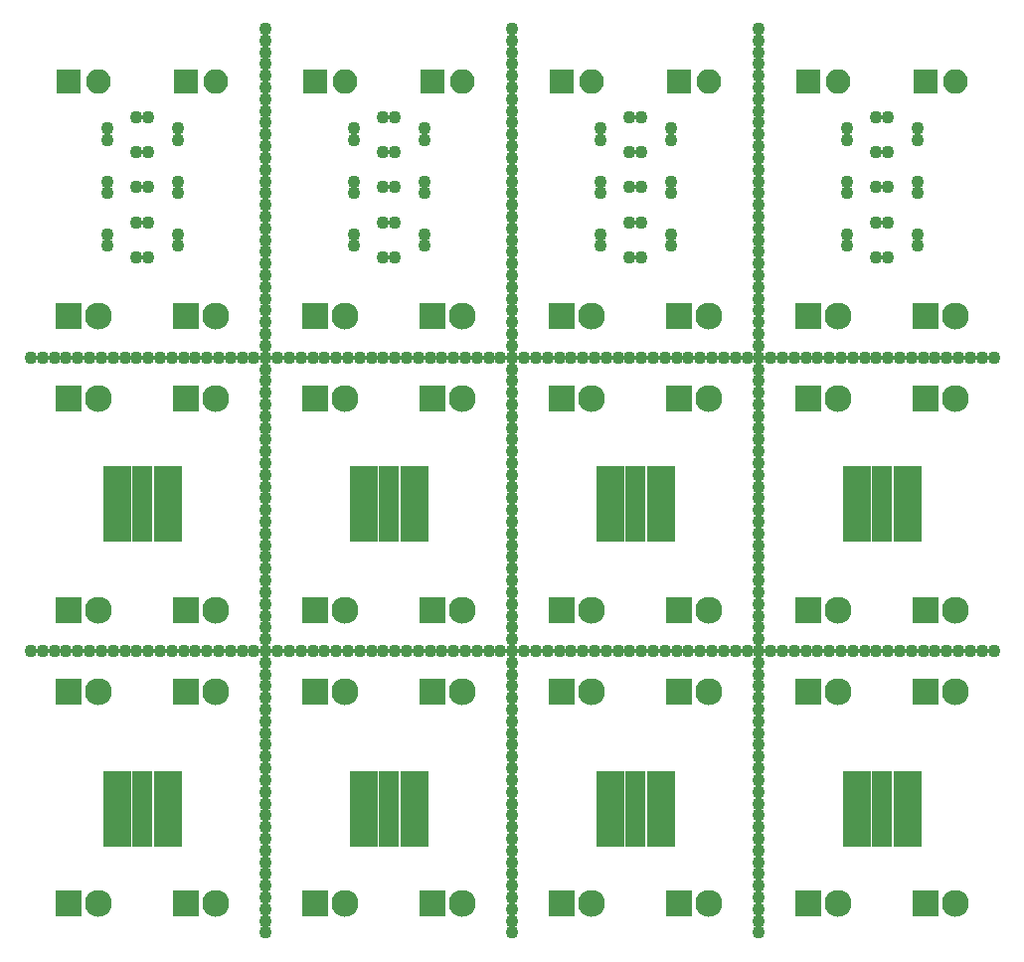
<source format=gbr>
G04 #@! TF.FileFunction,Soldermask,Top*
%FSLAX46Y46*%
G04 Gerber Fmt 4.6, Leading zero omitted, Abs format (unit mm)*
G04 Created by KiCad (PCBNEW 4.0.5) date 08/19/18 14:23:04*
%MOMM*%
%LPD*%
G01*
G04 APERTURE LIST*
%ADD10C,0.100000*%
%ADD11R,2.300000X2.300000*%
%ADD12C,2.300000*%
%ADD13R,2.100000X2.100000*%
%ADD14O,2.100000X2.100000*%
%ADD15R,1.700000X6.400000*%
%ADD16R,2.400000X6.400000*%
%ADD17C,1.100000*%
G04 APERTURE END LIST*
D10*
D11*
X120730000Y-78000000D03*
D12*
X123270000Y-78000000D03*
D11*
X120730000Y-103000000D03*
D12*
X123270000Y-103000000D03*
D11*
X130730000Y-103000000D03*
D12*
X133270000Y-103000000D03*
D11*
X120730000Y-71000000D03*
D12*
X123270000Y-71000000D03*
D11*
X130730000Y-71000000D03*
D12*
X133270000Y-71000000D03*
D13*
X130730000Y-51000000D03*
D14*
X133270000Y-51000000D03*
D13*
X120730000Y-51000000D03*
D14*
X123270000Y-51000000D03*
D15*
X127000000Y-113000000D03*
D16*
X129150000Y-113000000D03*
X124850000Y-113000000D03*
D11*
X130730000Y-78000000D03*
D12*
X133270000Y-78000000D03*
D15*
X127000000Y-87000000D03*
D16*
X129150000Y-87000000D03*
X124850000Y-87000000D03*
D11*
X120730000Y-96000000D03*
D12*
X123270000Y-96000000D03*
D11*
X130730000Y-96000000D03*
D12*
X133270000Y-96000000D03*
D11*
X120730000Y-121000000D03*
D12*
X123270000Y-121000000D03*
D11*
X130730000Y-121000000D03*
D12*
X133270000Y-121000000D03*
D11*
X109730000Y-121000000D03*
D12*
X112270000Y-121000000D03*
D11*
X99730000Y-121000000D03*
D12*
X102270000Y-121000000D03*
D11*
X109730000Y-96000000D03*
D12*
X112270000Y-96000000D03*
D11*
X99730000Y-96000000D03*
D12*
X102270000Y-96000000D03*
D15*
X106000000Y-87000000D03*
D16*
X108150000Y-87000000D03*
X103850000Y-87000000D03*
D11*
X109730000Y-78000000D03*
D12*
X112270000Y-78000000D03*
D15*
X106000000Y-113000000D03*
D16*
X108150000Y-113000000D03*
X103850000Y-113000000D03*
D13*
X99730000Y-51000000D03*
D14*
X102270000Y-51000000D03*
D13*
X109730000Y-51000000D03*
D14*
X112270000Y-51000000D03*
D11*
X109730000Y-71000000D03*
D12*
X112270000Y-71000000D03*
D11*
X99730000Y-71000000D03*
D12*
X102270000Y-71000000D03*
D11*
X109730000Y-103000000D03*
D12*
X112270000Y-103000000D03*
D11*
X99730000Y-103000000D03*
D12*
X102270000Y-103000000D03*
D11*
X99730000Y-78000000D03*
D12*
X102270000Y-78000000D03*
D11*
X78730000Y-78000000D03*
D12*
X81270000Y-78000000D03*
D11*
X78730000Y-103000000D03*
D12*
X81270000Y-103000000D03*
D11*
X88730000Y-103000000D03*
D12*
X91270000Y-103000000D03*
D11*
X78730000Y-71000000D03*
D12*
X81270000Y-71000000D03*
D11*
X88730000Y-71000000D03*
D12*
X91270000Y-71000000D03*
D13*
X88730000Y-51000000D03*
D14*
X91270000Y-51000000D03*
D13*
X78730000Y-51000000D03*
D14*
X81270000Y-51000000D03*
D15*
X85000000Y-113000000D03*
D16*
X87150000Y-113000000D03*
X82850000Y-113000000D03*
D11*
X88730000Y-78000000D03*
D12*
X91270000Y-78000000D03*
D15*
X85000000Y-87000000D03*
D16*
X87150000Y-87000000D03*
X82850000Y-87000000D03*
D11*
X78730000Y-96000000D03*
D12*
X81270000Y-96000000D03*
D11*
X88730000Y-96000000D03*
D12*
X91270000Y-96000000D03*
D11*
X78730000Y-121000000D03*
D12*
X81270000Y-121000000D03*
D11*
X88730000Y-121000000D03*
D12*
X91270000Y-121000000D03*
D11*
X67730000Y-121000000D03*
D12*
X70270000Y-121000000D03*
D11*
X57730000Y-121000000D03*
D12*
X60270000Y-121000000D03*
D11*
X67730000Y-96000000D03*
D12*
X70270000Y-96000000D03*
D11*
X57730000Y-96000000D03*
D12*
X60270000Y-96000000D03*
D15*
X64000000Y-87000000D03*
D16*
X66150000Y-87000000D03*
X61850000Y-87000000D03*
D11*
X67730000Y-78000000D03*
D12*
X70270000Y-78000000D03*
D15*
X64000000Y-113000000D03*
D16*
X66150000Y-113000000D03*
X61850000Y-113000000D03*
D13*
X57730000Y-51000000D03*
D14*
X60270000Y-51000000D03*
D13*
X67730000Y-51000000D03*
D14*
X70270000Y-51000000D03*
D11*
X67730000Y-71000000D03*
D12*
X70270000Y-71000000D03*
D11*
X57730000Y-71000000D03*
D12*
X60270000Y-71000000D03*
D11*
X67730000Y-103000000D03*
D12*
X70270000Y-103000000D03*
D11*
X57730000Y-103000000D03*
D12*
X60270000Y-103000000D03*
D11*
X57730000Y-78000000D03*
D12*
X60270000Y-78000000D03*
D17*
X73500000Y-74500000D03*
X72500000Y-74500000D03*
X71500000Y-74500000D03*
X70500000Y-74500000D03*
X69500000Y-74500000D03*
X68500000Y-74500000D03*
X67500000Y-74500000D03*
X66500000Y-74500000D03*
X67000000Y-64000000D03*
X67000000Y-65000000D03*
X67000000Y-55000000D03*
X67000000Y-56000000D03*
X67000000Y-59500000D03*
X67000000Y-60500000D03*
X61000000Y-64000000D03*
X61000000Y-65000000D03*
X61000000Y-59500000D03*
X61000000Y-60500000D03*
X61000000Y-55000000D03*
X61000000Y-56000000D03*
X64500000Y-66000000D03*
X63500000Y-66000000D03*
X64500000Y-63000000D03*
X63500000Y-63000000D03*
X64500000Y-60000000D03*
X63500000Y-60000000D03*
X64500000Y-57000000D03*
X63500000Y-57000000D03*
X65500000Y-74500000D03*
X64500000Y-74500000D03*
X63500000Y-74500000D03*
X62500000Y-74500000D03*
X61500000Y-74500000D03*
X60500000Y-74500000D03*
X59500000Y-74500000D03*
X58500000Y-74500000D03*
X57500000Y-74500000D03*
X56500000Y-74500000D03*
X55500000Y-74500000D03*
X54500000Y-74500000D03*
X64500000Y-54000000D03*
X63500000Y-54000000D03*
X74500000Y-70500000D03*
X74500000Y-71500000D03*
X74500000Y-66500000D03*
X74500000Y-67500000D03*
X74500000Y-68500000D03*
X74500000Y-69500000D03*
X74500000Y-60500000D03*
X74500000Y-61500000D03*
X74500000Y-58500000D03*
X74500000Y-59500000D03*
X74500000Y-62500000D03*
X74500000Y-63500000D03*
X74500000Y-64500000D03*
X74500000Y-65500000D03*
X74500000Y-48500000D03*
X74500000Y-49500000D03*
X74500000Y-46500000D03*
X74500000Y-47500000D03*
X74500000Y-52500000D03*
X74500000Y-53500000D03*
X74500000Y-50500000D03*
X74500000Y-51500000D03*
X74500000Y-54500000D03*
X74500000Y-55500000D03*
X74500000Y-56500000D03*
X74500000Y-57500000D03*
X74500000Y-84500000D03*
X74500000Y-85500000D03*
X74500000Y-82500000D03*
X74500000Y-83500000D03*
X74500000Y-78500000D03*
X74500000Y-79500000D03*
X74500000Y-80500000D03*
X74500000Y-81500000D03*
X74500000Y-76500000D03*
X74500000Y-77500000D03*
X74500000Y-90500000D03*
X74500000Y-91500000D03*
X74500000Y-86500000D03*
X74500000Y-87500000D03*
X74500000Y-88500000D03*
X74500000Y-89500000D03*
X74500000Y-92500000D03*
X74500000Y-93500000D03*
X74500000Y-94500000D03*
X74500000Y-95500000D03*
X74500000Y-96500000D03*
X74500000Y-97500000D03*
X55500000Y-99500000D03*
X54500000Y-99500000D03*
X57500000Y-99500000D03*
X56500000Y-99500000D03*
X59500000Y-99500000D03*
X58500000Y-99500000D03*
X61500000Y-99500000D03*
X60500000Y-99500000D03*
X63500000Y-99500000D03*
X62500000Y-99500000D03*
X65500000Y-99500000D03*
X64500000Y-99500000D03*
X67500000Y-99500000D03*
X66500000Y-99500000D03*
X69500000Y-99500000D03*
X68500000Y-99500000D03*
X71500000Y-99500000D03*
X70500000Y-99500000D03*
X73500000Y-99500000D03*
X72500000Y-99500000D03*
X74500000Y-122500000D03*
X74500000Y-123500000D03*
X74500000Y-120500000D03*
X74500000Y-121500000D03*
X74500000Y-118500000D03*
X74500000Y-119500000D03*
X74500000Y-114500000D03*
X74500000Y-115500000D03*
X74500000Y-112500000D03*
X74500000Y-113500000D03*
X74500000Y-116500000D03*
X74500000Y-117500000D03*
X74500000Y-100500000D03*
X74500000Y-101500000D03*
X74500000Y-98500000D03*
X74500000Y-99500000D03*
X74500000Y-106500000D03*
X74500000Y-107500000D03*
X74500000Y-102500000D03*
X74500000Y-103500000D03*
X74500000Y-108500000D03*
X74500000Y-109500000D03*
X74500000Y-110500000D03*
X74500000Y-111500000D03*
X92500000Y-99500000D03*
X91500000Y-99500000D03*
X90500000Y-99500000D03*
X89500000Y-99500000D03*
X88500000Y-99500000D03*
X87500000Y-99500000D03*
X86500000Y-99500000D03*
X85500000Y-99500000D03*
X84500000Y-99500000D03*
X83500000Y-99500000D03*
X82500000Y-99500000D03*
X81500000Y-99500000D03*
X80500000Y-99500000D03*
X79500000Y-99500000D03*
X78500000Y-99500000D03*
X77500000Y-99500000D03*
X76500000Y-99500000D03*
X75500000Y-99500000D03*
X85500000Y-54000000D03*
X84500000Y-54000000D03*
X78500000Y-74500000D03*
X77500000Y-74500000D03*
X80500000Y-74500000D03*
X79500000Y-74500000D03*
X82500000Y-74500000D03*
X81500000Y-74500000D03*
X84500000Y-74500000D03*
X83500000Y-74500000D03*
X86500000Y-74500000D03*
X85500000Y-74500000D03*
X85500000Y-57000000D03*
X84500000Y-57000000D03*
X85500000Y-60000000D03*
X84500000Y-60000000D03*
X85500000Y-63000000D03*
X84500000Y-63000000D03*
X85500000Y-66000000D03*
X84500000Y-66000000D03*
X82000000Y-55000000D03*
X82000000Y-56000000D03*
X82000000Y-59500000D03*
X82000000Y-60500000D03*
X82000000Y-64000000D03*
X82000000Y-65000000D03*
X88000000Y-59500000D03*
X88000000Y-60500000D03*
X88000000Y-55000000D03*
X88000000Y-56000000D03*
X88000000Y-64000000D03*
X88000000Y-65000000D03*
X88500000Y-74500000D03*
X87500000Y-74500000D03*
X90500000Y-74500000D03*
X89500000Y-74500000D03*
X92500000Y-74500000D03*
X91500000Y-74500000D03*
X76500000Y-74500000D03*
X75500000Y-74500000D03*
X74500000Y-72500000D03*
X74500000Y-73500000D03*
X74500000Y-74500000D03*
X74500000Y-75500000D03*
X74500000Y-104500000D03*
X74500000Y-105500000D03*
X94500000Y-74500000D03*
X93500000Y-74500000D03*
X94500000Y-99500000D03*
X93500000Y-99500000D03*
X115500000Y-99500000D03*
X114500000Y-99500000D03*
X115500000Y-74500000D03*
X114500000Y-74500000D03*
X95500000Y-104500000D03*
X95500000Y-105500000D03*
X95500000Y-74500000D03*
X95500000Y-75500000D03*
X95500000Y-72500000D03*
X95500000Y-73500000D03*
X97500000Y-74500000D03*
X96500000Y-74500000D03*
X113500000Y-74500000D03*
X112500000Y-74500000D03*
X111500000Y-74500000D03*
X110500000Y-74500000D03*
X109500000Y-74500000D03*
X108500000Y-74500000D03*
X109000000Y-64000000D03*
X109000000Y-65000000D03*
X109000000Y-55000000D03*
X109000000Y-56000000D03*
X109000000Y-59500000D03*
X109000000Y-60500000D03*
X103000000Y-64000000D03*
X103000000Y-65000000D03*
X103000000Y-59500000D03*
X103000000Y-60500000D03*
X103000000Y-55000000D03*
X103000000Y-56000000D03*
X106500000Y-66000000D03*
X105500000Y-66000000D03*
X106500000Y-63000000D03*
X105500000Y-63000000D03*
X106500000Y-60000000D03*
X105500000Y-60000000D03*
X106500000Y-57000000D03*
X105500000Y-57000000D03*
X107500000Y-74500000D03*
X106500000Y-74500000D03*
X105500000Y-74500000D03*
X104500000Y-74500000D03*
X103500000Y-74500000D03*
X102500000Y-74500000D03*
X101500000Y-74500000D03*
X100500000Y-74500000D03*
X99500000Y-74500000D03*
X98500000Y-74500000D03*
X106500000Y-54000000D03*
X105500000Y-54000000D03*
X97500000Y-99500000D03*
X96500000Y-99500000D03*
X99500000Y-99500000D03*
X98500000Y-99500000D03*
X101500000Y-99500000D03*
X100500000Y-99500000D03*
X103500000Y-99500000D03*
X102500000Y-99500000D03*
X105500000Y-99500000D03*
X104500000Y-99500000D03*
X107500000Y-99500000D03*
X106500000Y-99500000D03*
X109500000Y-99500000D03*
X108500000Y-99500000D03*
X111500000Y-99500000D03*
X110500000Y-99500000D03*
X113500000Y-99500000D03*
X112500000Y-99500000D03*
X95500000Y-110500000D03*
X95500000Y-111500000D03*
X95500000Y-108500000D03*
X95500000Y-109500000D03*
X95500000Y-102500000D03*
X95500000Y-103500000D03*
X95500000Y-106500000D03*
X95500000Y-107500000D03*
X95500000Y-98500000D03*
X95500000Y-99500000D03*
X95500000Y-100500000D03*
X95500000Y-101500000D03*
X95500000Y-116500000D03*
X95500000Y-117500000D03*
X95500000Y-112500000D03*
X95500000Y-113500000D03*
X95500000Y-114500000D03*
X95500000Y-115500000D03*
X95500000Y-118500000D03*
X95500000Y-119500000D03*
X95500000Y-120500000D03*
X95500000Y-121500000D03*
X95500000Y-122500000D03*
X95500000Y-123500000D03*
X95500000Y-96500000D03*
X95500000Y-97500000D03*
X95500000Y-94500000D03*
X95500000Y-95500000D03*
X95500000Y-92500000D03*
X95500000Y-93500000D03*
X95500000Y-88500000D03*
X95500000Y-89500000D03*
X95500000Y-86500000D03*
X95500000Y-87500000D03*
X95500000Y-90500000D03*
X95500000Y-91500000D03*
X95500000Y-76500000D03*
X95500000Y-77500000D03*
X95500000Y-80500000D03*
X95500000Y-81500000D03*
X95500000Y-78500000D03*
X95500000Y-79500000D03*
X95500000Y-82500000D03*
X95500000Y-83500000D03*
X95500000Y-84500000D03*
X95500000Y-85500000D03*
X95500000Y-56500000D03*
X95500000Y-57500000D03*
X95500000Y-54500000D03*
X95500000Y-55500000D03*
X95500000Y-50500000D03*
X95500000Y-51500000D03*
X95500000Y-52500000D03*
X95500000Y-53500000D03*
X95500000Y-46500000D03*
X95500000Y-47500000D03*
X95500000Y-48500000D03*
X95500000Y-49500000D03*
X95500000Y-64500000D03*
X95500000Y-65500000D03*
X95500000Y-62500000D03*
X95500000Y-63500000D03*
X95500000Y-58500000D03*
X95500000Y-59500000D03*
X95500000Y-60500000D03*
X95500000Y-61500000D03*
X95500000Y-68500000D03*
X95500000Y-69500000D03*
X95500000Y-66500000D03*
X95500000Y-67500000D03*
X95500000Y-70500000D03*
X95500000Y-71500000D03*
X116500000Y-70500000D03*
X116500000Y-71500000D03*
X116500000Y-66500000D03*
X116500000Y-67500000D03*
X116500000Y-68500000D03*
X116500000Y-69500000D03*
X116500000Y-60500000D03*
X116500000Y-61500000D03*
X116500000Y-58500000D03*
X116500000Y-59500000D03*
X116500000Y-62500000D03*
X116500000Y-63500000D03*
X116500000Y-64500000D03*
X116500000Y-65500000D03*
X116500000Y-48500000D03*
X116500000Y-49500000D03*
X116500000Y-46500000D03*
X116500000Y-47500000D03*
X116500000Y-52500000D03*
X116500000Y-53500000D03*
X116500000Y-50500000D03*
X116500000Y-51500000D03*
X116500000Y-54500000D03*
X116500000Y-55500000D03*
X116500000Y-56500000D03*
X116500000Y-57500000D03*
X116500000Y-84500000D03*
X116500000Y-85500000D03*
X116500000Y-82500000D03*
X116500000Y-83500000D03*
X116500000Y-78500000D03*
X116500000Y-79500000D03*
X116500000Y-80500000D03*
X116500000Y-81500000D03*
X116500000Y-76500000D03*
X116500000Y-77500000D03*
X116500000Y-90500000D03*
X116500000Y-91500000D03*
X116500000Y-86500000D03*
X116500000Y-87500000D03*
X116500000Y-88500000D03*
X116500000Y-89500000D03*
X116500000Y-92500000D03*
X116500000Y-93500000D03*
X116500000Y-94500000D03*
X116500000Y-95500000D03*
X116500000Y-96500000D03*
X116500000Y-97500000D03*
X116500000Y-120500000D03*
X116500000Y-121500000D03*
X116500000Y-118500000D03*
X116500000Y-119500000D03*
X116500000Y-114500000D03*
X116500000Y-115500000D03*
X116500000Y-112500000D03*
X116500000Y-113500000D03*
X116500000Y-116500000D03*
X116500000Y-117500000D03*
X116500000Y-100500000D03*
X116500000Y-101500000D03*
X116500000Y-98500000D03*
X116500000Y-99500000D03*
X116500000Y-106500000D03*
X116500000Y-107500000D03*
X116500000Y-102500000D03*
X116500000Y-103500000D03*
X116500000Y-108500000D03*
X116500000Y-109500000D03*
X116500000Y-110500000D03*
X116500000Y-111500000D03*
X134500000Y-99500000D03*
X133500000Y-99500000D03*
X132500000Y-99500000D03*
X131500000Y-99500000D03*
X130500000Y-99500000D03*
X129500000Y-99500000D03*
X128500000Y-99500000D03*
X127500000Y-99500000D03*
X126500000Y-99500000D03*
X125500000Y-99500000D03*
X124500000Y-99500000D03*
X123500000Y-99500000D03*
X122500000Y-99500000D03*
X121500000Y-99500000D03*
X120500000Y-99500000D03*
X119500000Y-99500000D03*
X118500000Y-99500000D03*
X117500000Y-99500000D03*
X127500000Y-54000000D03*
X126500000Y-54000000D03*
X120500000Y-74500000D03*
X119500000Y-74500000D03*
X122500000Y-74500000D03*
X121500000Y-74500000D03*
X124500000Y-74500000D03*
X123500000Y-74500000D03*
X126500000Y-74500000D03*
X125500000Y-74500000D03*
X128500000Y-74500000D03*
X127500000Y-74500000D03*
X127500000Y-57000000D03*
X126500000Y-57000000D03*
X127500000Y-60000000D03*
X126500000Y-60000000D03*
X127500000Y-63000000D03*
X126500000Y-63000000D03*
X127500000Y-66000000D03*
X126500000Y-66000000D03*
X124000000Y-55000000D03*
X124000000Y-56000000D03*
X124000000Y-59500000D03*
X124000000Y-60500000D03*
X124000000Y-64000000D03*
X124000000Y-65000000D03*
X130000000Y-59500000D03*
X130000000Y-60500000D03*
X130000000Y-55000000D03*
X130000000Y-56000000D03*
X130000000Y-64000000D03*
X130000000Y-65000000D03*
X130500000Y-74500000D03*
X129500000Y-74500000D03*
X132500000Y-74500000D03*
X131500000Y-74500000D03*
X134500000Y-74500000D03*
X133500000Y-74500000D03*
X118500000Y-74500000D03*
X117500000Y-74500000D03*
X116500000Y-72500000D03*
X116500000Y-73500000D03*
X116500000Y-74500000D03*
X116500000Y-75500000D03*
X116500000Y-104500000D03*
X116500000Y-105500000D03*
X136500000Y-74500000D03*
X135500000Y-74500000D03*
X136500000Y-99500000D03*
X135500000Y-99500000D03*
X116500000Y-122500000D03*
X116500000Y-123500000D03*
M02*

</source>
